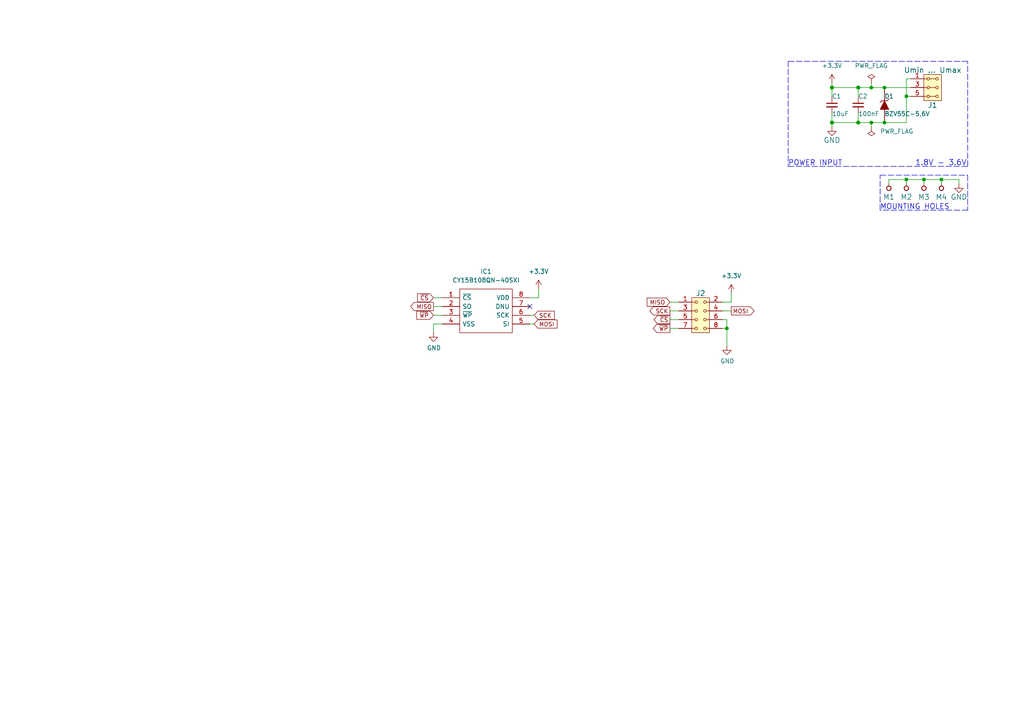
<source format=kicad_sch>
(kicad_sch (version 20211123) (generator eeschema)

  (uuid 94090ec1-0e6b-403a-88b7-50640bad6d28)

  (paper "A4")

  (lib_symbols
    (symbol "CY15B108QN-40SXI:CY15B108QN-40SXI" (pin_names (offset 0.762)) (in_bom yes) (on_board yes)
      (property "Reference" "IC1" (id 0) (at 12.7 7.62 0)
        (effects (font (size 1.27 1.27)))
      )
      (property "Value" "CY15B108QN-40SXI" (id 1) (at 12.7 5.08 0)
        (effects (font (size 1.27 1.27)))
      )
      (property "Footprint" "KiCad:SOIC127P800X203-8N" (id 2) (at 21.59 2.54 0)
        (effects (font (size 1.27 1.27)) (justify left) hide)
      )
      (property "Datasheet" "https://www.mouser.in/datasheet/2/196/CYPR_S_A0011123055_1-3004611.pdf" (id 3) (at 21.59 0 0)
        (effects (font (size 1.27 1.27)) (justify left) hide)
      )
      (property "Description" "F-RAM Excelon LP 40 MHz 8-EIAJ" (id 4) (at 21.59 -2.54 0)
        (effects (font (size 1.27 1.27)) (justify left) hide)
      )
      (property "Height" "2.03" (id 5) (at 21.59 -5.08 0)
        (effects (font (size 1.27 1.27)) (justify left) hide)
      )
      (property "Mouser Part Number" "727-CY15B108QN-40SXI" (id 6) (at 21.59 -7.62 0)
        (effects (font (size 1.27 1.27)) (justify left) hide)
      )
      (property "Mouser Price/Stock" "https://www.mouser.co.uk/ProductDetail/Infineon-Cypress/CY15B108QN-40SXI?qs=P1JMDcb91o4DSS%2FkAQM5uA%3D%3D" (id 7) (at 21.59 -10.16 0)
        (effects (font (size 1.27 1.27)) (justify left) hide)
      )
      (property "Manufacturer_Name" "Infineon / Cypress" (id 8) (at 21.59 -12.7 0)
        (effects (font (size 1.27 1.27)) (justify left) hide)
      )
      (property "Manufacturer_Part_Number" "CY15B108QN-40SXI" (id 9) (at 21.59 -15.24 0)
        (effects (font (size 1.27 1.27)) (justify left) hide)
      )
      (property "ki_description" "F-RAM Excelon LP 40 MHz 8-EIAJ" (id 10) (at 0 0 0)
        (effects (font (size 1.27 1.27)) hide)
      )
      (symbol "CY15B108QN-40SXI_0_0"
        (pin input line (at 0 0 0) (length 5.08)
          (name "~{CS}" (effects (font (size 1.27 1.27))))
          (number "1" (effects (font (size 1.27 1.27))))
        )
        (pin output line (at 0 -2.54 0) (length 5.08)
          (name "SO" (effects (font (size 1.27 1.27))))
          (number "2" (effects (font (size 1.27 1.27))))
        )
        (pin input line (at 0 -5.08 0) (length 5.08)
          (name "~{WP}" (effects (font (size 1.27 1.27))))
          (number "3" (effects (font (size 1.27 1.27))))
        )
        (pin passive line (at 0 -7.62 0) (length 5.08)
          (name "VSS" (effects (font (size 1.27 1.27))))
          (number "4" (effects (font (size 1.27 1.27))))
        )
        (pin input line (at 25.4 -7.62 180) (length 5.08)
          (name "SI" (effects (font (size 1.27 1.27))))
          (number "5" (effects (font (size 1.27 1.27))))
        )
        (pin input line (at 25.4 -5.08 180) (length 5.08)
          (name "SCK" (effects (font (size 1.27 1.27))))
          (number "6" (effects (font (size 1.27 1.27))))
        )
        (pin passive line (at 25.4 -2.54 180) (length 5.08)
          (name "DNU" (effects (font (size 1.27 1.27))))
          (number "7" (effects (font (size 1.27 1.27))))
        )
        (pin power_in line (at 25.4 0 180) (length 5.08)
          (name "VDD" (effects (font (size 1.27 1.27))))
          (number "8" (effects (font (size 1.27 1.27))))
        )
      )
      (symbol "CY15B108QN-40SXI_0_1"
        (polyline
          (pts
            (xy 5.08 2.54)
            (xy 20.32 2.54)
            (xy 20.32 -10.16)
            (xy 5.08 -10.16)
            (xy 5.08 2.54)
          )
          (stroke (width 0.1524) (type default) (color 0 0 0 0))
          (fill (type none))
        )
      )
    )
    (symbol "ISM02A-rescue:C_Small-Device-ISM02A-rescue" (pin_numbers hide) (pin_names (offset 0.254) hide) (in_bom yes) (on_board yes)
      (property "Reference" "C" (id 0) (at 0.254 1.778 0)
        (effects (font (size 1.27 1.27)) (justify left))
      )
      (property "Value" "C_Small-Device-ISM02A-rescue" (id 1) (at 0.254 -2.032 0)
        (effects (font (size 1.27 1.27)) (justify left))
      )
      (property "Footprint" "" (id 2) (at 0 0 0)
        (effects (font (size 1.27 1.27)) hide)
      )
      (property "Datasheet" "" (id 3) (at 0 0 0)
        (effects (font (size 1.27 1.27)) hide)
      )
      (property "ki_fp_filters" "C_*" (id 4) (at 0 0 0)
        (effects (font (size 1.27 1.27)) hide)
      )
      (symbol "C_Small-Device-ISM02A-rescue_0_1"
        (polyline
          (pts
            (xy -1.524 -0.508)
            (xy 1.524 -0.508)
          )
          (stroke (width 0.3302) (type default) (color 0 0 0 0))
          (fill (type none))
        )
        (polyline
          (pts
            (xy -1.524 0.508)
            (xy 1.524 0.508)
          )
          (stroke (width 0.3048) (type default) (color 0 0 0 0))
          (fill (type none))
        )
      )
      (symbol "C_Small-Device-ISM02A-rescue_1_1"
        (pin passive line (at 0 2.54 270) (length 2.032)
          (name "~" (effects (font (size 1.27 1.27))))
          (number "1" (effects (font (size 1.27 1.27))))
        )
        (pin passive line (at 0 -2.54 90) (length 2.032)
          (name "~" (effects (font (size 1.27 1.27))))
          (number "2" (effects (font (size 1.27 1.27))))
        )
      )
    )
    (symbol "ISM02A-rescue:D_ZENER-MLAB_D" (pin_numbers hide) (pin_names (offset 1.016) hide) (in_bom yes) (on_board yes)
      (property "Reference" "D" (id 0) (at 0 2.54 0)
        (effects (font (size 1.27 1.27)))
      )
      (property "Value" "D_ZENER-MLAB_D" (id 1) (at 0 -2.54 0)
        (effects (font (size 1.27 1.27)))
      )
      (property "Footprint" "" (id 2) (at 0 0 0)
        (effects (font (size 1.524 1.524)))
      )
      (property "Datasheet" "" (id 3) (at 0 0 0)
        (effects (font (size 1.524 1.524)))
      )
      (property "ki_fp_filters" "D? SO* SM*" (id 4) (at 0 0 0)
        (effects (font (size 1.27 1.27)) hide)
      )
      (symbol "D_ZENER-MLAB_D_0_1"
        (polyline
          (pts
            (xy -1.778 1.27)
            (xy -1.27 0.762)
            (xy -1.27 -0.762)
            (xy -0.762 -1.27)
            (xy -0.762 -1.27)
          )
          (stroke (width 0.2032) (type default) (color 0 0 0 0))
          (fill (type none))
        )
        (polyline
          (pts
            (xy -1.27 0)
            (xy 1.27 1.27)
            (xy 1.27 -1.27)
            (xy -1.27 0)
            (xy -1.27 0)
          )
          (stroke (width 0) (type default) (color 0 0 0 0))
          (fill (type outline))
        )
      )
      (symbol "D_ZENER-MLAB_D_1_1"
        (pin passive line (at -5.08 0 0) (length 3.81)
          (name "K" (effects (font (size 1.27 1.27))))
          (number "1" (effects (font (size 1.27 1.27))))
        )
        (pin passive line (at 5.08 0 180) (length 3.81)
          (name "A" (effects (font (size 1.27 1.27))))
          (number "2" (effects (font (size 1.27 1.27))))
        )
      )
    )
    (symbol "MLAB_HEADER:HEADER_2x04" (pin_names (offset 1.016)) (in_bom yes) (on_board yes)
      (property "Reference" "J" (id 0) (at 0 -6.35 0)
        (effects (font (size 1.524 1.524)))
      )
      (property "Value" "HEADER_2x04" (id 1) (at 0 6.35 0)
        (effects (font (size 1.524 1.524)))
      )
      (property "Footprint" "" (id 2) (at 0 3.81 0)
        (effects (font (size 1.524 1.524)))
      )
      (property "Datasheet" "" (id 3) (at 0 3.81 0)
        (effects (font (size 1.524 1.524)))
      )
      (property "ki_keywords" "2x04, header, connector, pinheader" (id 4) (at 0 0 0)
        (effects (font (size 1.27 1.27)) hide)
      )
      (property "ki_description" "2x04 2.54 mm pitch header" (id 5) (at 0 0 0)
        (effects (font (size 1.27 1.27)) hide)
      )
      (symbol "HEADER_2x04_0_1"
        (rectangle (start -2.54 5.08) (end 2.54 -5.08)
          (stroke (width 0) (type default) (color 0 0 0 0))
          (fill (type background))
        )
        (circle (center -1.27 -3.81) (radius 0.381)
          (stroke (width 0) (type default) (color 0 0 0 0))
          (fill (type none))
        )
        (circle (center -1.27 -1.27) (radius 0.381)
          (stroke (width 0) (type default) (color 0 0 0 0))
          (fill (type none))
        )
        (circle (center -1.27 1.27) (radius 0.381)
          (stroke (width 0) (type default) (color 0 0 0 0))
          (fill (type none))
        )
        (circle (center -1.27 3.81) (radius 0.381)
          (stroke (width 0) (type default) (color 0 0 0 0))
          (fill (type none))
        )
        (polyline
          (pts
            (xy -1.651 -3.81)
            (xy -2.54 -3.81)
          )
          (stroke (width 0) (type default) (color 0 0 0 0))
          (fill (type none))
        )
        (polyline
          (pts
            (xy -1.651 -1.27)
            (xy -2.54 -1.27)
          )
          (stroke (width 0) (type default) (color 0 0 0 0))
          (fill (type none))
        )
        (polyline
          (pts
            (xy -1.651 1.27)
            (xy -2.54 1.27)
          )
          (stroke (width 0) (type default) (color 0 0 0 0))
          (fill (type none))
        )
        (polyline
          (pts
            (xy -1.651 3.81)
            (xy -2.54 3.81)
          )
          (stroke (width 0) (type default) (color 0 0 0 0))
          (fill (type none))
        )
        (polyline
          (pts
            (xy 1.651 -3.81)
            (xy 2.54 -3.81)
          )
          (stroke (width 0) (type default) (color 0 0 0 0))
          (fill (type none))
        )
        (polyline
          (pts
            (xy 1.651 -1.27)
            (xy 2.54 -1.27)
          )
          (stroke (width 0) (type default) (color 0 0 0 0))
          (fill (type none))
        )
        (polyline
          (pts
            (xy 1.651 1.27)
            (xy 2.54 1.27)
          )
          (stroke (width 0) (type default) (color 0 0 0 0))
          (fill (type none))
        )
        (polyline
          (pts
            (xy 1.651 3.81)
            (xy 2.54 3.81)
          )
          (stroke (width 0) (type default) (color 0 0 0 0))
          (fill (type none))
        )
        (circle (center 1.27 -3.81) (radius 0.381)
          (stroke (width 0) (type default) (color 0 0 0 0))
          (fill (type none))
        )
        (circle (center 1.27 -1.27) (radius 0.381)
          (stroke (width 0) (type default) (color 0 0 0 0))
          (fill (type none))
        )
        (circle (center 1.27 1.27) (radius 0.381)
          (stroke (width 0) (type default) (color 0 0 0 0))
          (fill (type none))
        )
        (circle (center 1.27 3.81) (radius 0.381)
          (stroke (width 0) (type default) (color 0 0 0 0))
          (fill (type none))
        )
      )
      (symbol "HEADER_2x04_1_1"
        (pin input line (at -6.35 3.81 0) (length 3.81)
          (name "~" (effects (font (size 1.27 1.27))))
          (number "1" (effects (font (size 1.27 1.27))))
        )
        (pin input line (at 6.35 3.81 180) (length 3.81)
          (name "~" (effects (font (size 1.27 1.27))))
          (number "2" (effects (font (size 1.27 1.27))))
        )
        (pin input line (at -6.35 1.27 0) (length 3.81)
          (name "~" (effects (font (size 1.27 1.27))))
          (number "3" (effects (font (size 1.27 1.27))))
        )
        (pin input line (at 6.35 1.27 180) (length 3.81)
          (name "~" (effects (font (size 1.27 1.27))))
          (number "4" (effects (font (size 1.27 1.27))))
        )
        (pin input line (at -6.35 -1.27 0) (length 3.81)
          (name "~" (effects (font (size 1.27 1.27))))
          (number "5" (effects (font (size 1.27 1.27))))
        )
        (pin input line (at 6.35 -1.27 180) (length 3.81)
          (name "~" (effects (font (size 1.27 1.27))))
          (number "6" (effects (font (size 1.27 1.27))))
        )
        (pin input line (at -6.35 -3.81 0) (length 3.81)
          (name "~" (effects (font (size 1.27 1.27))))
          (number "7" (effects (font (size 1.27 1.27))))
        )
        (pin input line (at 6.35 -3.81 180) (length 3.81)
          (name "~" (effects (font (size 1.27 1.27))))
          (number "8" (effects (font (size 1.27 1.27))))
        )
      )
    )
    (symbol "header:HEADER_2x03_PARALLEL" (pin_names (offset 1.016)) (in_bom yes) (on_board yes)
      (property "Reference" "J" (id 0) (at 0 -5.08 0)
        (effects (font (size 1.524 1.524)))
      )
      (property "Value" "HEADER_2x03_PARALLEL" (id 1) (at 0 5.08 0)
        (effects (font (size 1.524 1.524)))
      )
      (property "Footprint" "" (id 2) (at 0 2.54 0)
        (effects (font (size 1.524 1.524)))
      )
      (property "Datasheet" "" (id 3) (at 0 2.54 0)
        (effects (font (size 1.524 1.524)))
      )
      (property "ki_keywords" "2x03, header, connector, pinheader" (id 4) (at 0 0 0)
        (effects (font (size 1.27 1.27)) hide)
      )
      (property "ki_description" "2x03 2.54 mm pitch header, 2 pins next to each other are connected" (id 5) (at 0 0 0)
        (effects (font (size 1.27 1.27)) hide)
      )
      (symbol "HEADER_2x03_PARALLEL_0_1"
        (rectangle (start -2.54 3.81) (end 2.54 -3.81)
          (stroke (width 0) (type default) (color 0 0 0 0))
          (fill (type background))
        )
        (circle (center -1.27 -2.54) (radius 0.381)
          (stroke (width 0) (type default) (color 0 0 0 0))
          (fill (type none))
        )
        (circle (center -1.27 0) (radius 0.381)
          (stroke (width 0) (type default) (color 0 0 0 0))
          (fill (type none))
        )
        (circle (center -1.27 2.54) (radius 0.381)
          (stroke (width 0) (type default) (color 0 0 0 0))
          (fill (type none))
        )
        (polyline
          (pts
            (xy -1.651 -2.54)
            (xy -2.54 -2.54)
          )
          (stroke (width 0) (type default) (color 0 0 0 0))
          (fill (type none))
        )
        (polyline
          (pts
            (xy -1.651 0)
            (xy -2.54 0)
          )
          (stroke (width 0) (type default) (color 0 0 0 0))
          (fill (type none))
        )
        (polyline
          (pts
            (xy -1.651 2.54)
            (xy -2.54 2.54)
          )
          (stroke (width 0) (type default) (color 0 0 0 0))
          (fill (type none))
        )
        (polyline
          (pts
            (xy -0.889 -2.54)
            (xy 0.889 -2.54)
          )
          (stroke (width 0) (type default) (color 0 0 0 0))
          (fill (type none))
        )
        (polyline
          (pts
            (xy -0.889 0)
            (xy 0.889 0)
          )
          (stroke (width 0) (type default) (color 0 0 0 0))
          (fill (type none))
        )
        (polyline
          (pts
            (xy -0.889 2.54)
            (xy 0.889 2.54)
          )
          (stroke (width 0) (type default) (color 0 0 0 0))
          (fill (type none))
        )
        (circle (center 1.27 -2.54) (radius 0.381)
          (stroke (width 0) (type default) (color 0 0 0 0))
          (fill (type none))
        )
        (circle (center 1.27 0) (radius 0.381)
          (stroke (width 0) (type default) (color 0 0 0 0))
          (fill (type none))
        )
        (circle (center 1.27 2.54) (radius 0.381)
          (stroke (width 0) (type default) (color 0 0 0 0))
          (fill (type none))
        )
      )
      (symbol "HEADER_2x03_PARALLEL_1_1"
        (pin input line (at -6.35 2.54 0) (length 3.81)
          (name "~" (effects (font (size 1.27 1.27))))
          (number "1" (effects (font (size 1.27 1.27))))
        )
        (pin input line (at -6.35 2.54 0) (length 3.81) hide
          (name "~" (effects (font (size 1.27 1.27))))
          (number "2" (effects (font (size 1.27 1.27))))
        )
        (pin input line (at -6.35 0 0) (length 3.81)
          (name "~" (effects (font (size 1.27 1.27))))
          (number "3" (effects (font (size 1.27 1.27))))
        )
        (pin input line (at -6.35 0 0) (length 3.81) hide
          (name "~" (effects (font (size 1.27 1.27))))
          (number "4" (effects (font (size 1.27 1.27))))
        )
        (pin input line (at -6.35 -2.54 0) (length 3.81)
          (name "~" (effects (font (size 1.27 1.27))))
          (number "5" (effects (font (size 1.27 1.27))))
        )
        (pin input line (at -6.35 -2.54 0) (length 3.81) hide
          (name "~" (effects (font (size 1.27 1.27))))
          (number "6" (effects (font (size 1.27 1.27))))
        )
      )
    )
    (symbol "mlab-default-rescue:GND" (power) (pin_names (offset 0)) (in_bom yes) (on_board yes)
      (property "Reference" "#PWR" (id 0) (at 0 -6.35 0)
        (effects (font (size 1.524 1.524)) hide)
      )
      (property "Value" "GND" (id 1) (at 0 -3.81 0)
        (effects (font (size 1.524 1.524)))
      )
      (property "Footprint" "" (id 2) (at 0 0 0)
        (effects (font (size 1.524 1.524)))
      )
      (property "Datasheet" "" (id 3) (at 0 0 0)
        (effects (font (size 1.524 1.524)))
      )
      (symbol "GND_0_1"
        (polyline
          (pts
            (xy 0 0)
            (xy 0 -1.27)
            (xy 1.27 -1.27)
            (xy 0 -2.54)
            (xy -1.27 -1.27)
            (xy 0 -1.27)
          )
          (stroke (width 0) (type default) (color 0 0 0 0))
          (fill (type none))
        )
      )
      (symbol "GND_1_1"
        (pin power_in line (at 0 0 270) (length 0) hide
          (name "GND" (effects (font (size 1.27 1.27))))
          (number "1" (effects (font (size 1.27 1.27))))
        )
      )
    )
    (symbol "mlab-default-rescue:HOLE" (pin_numbers hide) (pin_names (offset 1.016) hide) (in_bom yes) (on_board yes)
      (property "Reference" "M" (id 0) (at 0 2.54 0)
        (effects (font (size 1.524 1.524)))
      )
      (property "Value" "HOLE" (id 1) (at 0 -2.54 0)
        (effects (font (size 1.524 1.524)))
      )
      (property "Footprint" "" (id 2) (at 0 0 0)
        (effects (font (size 1.524 1.524)))
      )
      (property "Datasheet" "" (id 3) (at 0 0 0)
        (effects (font (size 1.524 1.524)))
      )
      (symbol "HOLE_0_1"
        (circle (center 0 0) (radius 0.635)
          (stroke (width 0.254) (type default) (color 0 0 0 0))
          (fill (type none))
        )
      )
      (symbol "HOLE_1_1"
        (pin input line (at 1.27 0 180) (length 0.635)
          (name "~" (effects (font (size 1.27 1.27))))
          (number "1" (effects (font (size 1.27 1.27))))
        )
      )
    )
    (symbol "power:+3.3V" (power) (pin_names (offset 0)) (in_bom yes) (on_board yes)
      (property "Reference" "#PWR" (id 0) (at 0 -3.81 0)
        (effects (font (size 1.27 1.27)) hide)
      )
      (property "Value" "+3.3V" (id 1) (at 0 3.556 0)
        (effects (font (size 1.27 1.27)))
      )
      (property "Footprint" "" (id 2) (at 0 0 0)
        (effects (font (size 1.27 1.27)) hide)
      )
      (property "Datasheet" "" (id 3) (at 0 0 0)
        (effects (font (size 1.27 1.27)) hide)
      )
      (property "ki_keywords" "global power" (id 4) (at 0 0 0)
        (effects (font (size 1.27 1.27)) hide)
      )
      (property "ki_description" "Power symbol creates a global label with name \"+3.3V\"" (id 5) (at 0 0 0)
        (effects (font (size 1.27 1.27)) hide)
      )
      (symbol "+3.3V_0_1"
        (polyline
          (pts
            (xy -0.762 1.27)
            (xy 0 2.54)
          )
          (stroke (width 0) (type default) (color 0 0 0 0))
          (fill (type none))
        )
        (polyline
          (pts
            (xy 0 0)
            (xy 0 2.54)
          )
          (stroke (width 0) (type default) (color 0 0 0 0))
          (fill (type none))
        )
        (polyline
          (pts
            (xy 0 2.54)
            (xy 0.762 1.27)
          )
          (stroke (width 0) (type default) (color 0 0 0 0))
          (fill (type none))
        )
      )
      (symbol "+3.3V_1_1"
        (pin power_in line (at 0 0 90) (length 0) hide
          (name "+3.3V" (effects (font (size 1.27 1.27))))
          (number "1" (effects (font (size 1.27 1.27))))
        )
      )
    )
    (symbol "power:GND" (power) (pin_names (offset 0)) (in_bom yes) (on_board yes)
      (property "Reference" "#PWR" (id 0) (at 0 -6.35 0)
        (effects (font (size 1.27 1.27)) hide)
      )
      (property "Value" "GND" (id 1) (at 0 -3.81 0)
        (effects (font (size 1.27 1.27)))
      )
      (property "Footprint" "" (id 2) (at 0 0 0)
        (effects (font (size 1.27 1.27)) hide)
      )
      (property "Datasheet" "" (id 3) (at 0 0 0)
        (effects (font (size 1.27 1.27)) hide)
      )
      (property "ki_keywords" "power-flag" (id 4) (at 0 0 0)
        (effects (font (size 1.27 1.27)) hide)
      )
      (property "ki_description" "Power symbol creates a global label with name \"GND\" , ground" (id 5) (at 0 0 0)
        (effects (font (size 1.27 1.27)) hide)
      )
      (symbol "GND_0_1"
        (polyline
          (pts
            (xy 0 0)
            (xy 0 -1.27)
            (xy 1.27 -1.27)
            (xy 0 -2.54)
            (xy -1.27 -1.27)
            (xy 0 -1.27)
          )
          (stroke (width 0) (type default) (color 0 0 0 0))
          (fill (type none))
        )
      )
      (symbol "GND_1_1"
        (pin power_in line (at 0 0 270) (length 0) hide
          (name "GND" (effects (font (size 1.27 1.27))))
          (number "1" (effects (font (size 1.27 1.27))))
        )
      )
    )
    (symbol "power:PWR_FLAG" (power) (pin_numbers hide) (pin_names (offset 0) hide) (in_bom yes) (on_board yes)
      (property "Reference" "#FLG" (id 0) (at 0 1.905 0)
        (effects (font (size 1.27 1.27)) hide)
      )
      (property "Value" "PWR_FLAG" (id 1) (at 0 3.81 0)
        (effects (font (size 1.27 1.27)))
      )
      (property "Footprint" "" (id 2) (at 0 0 0)
        (effects (font (size 1.27 1.27)) hide)
      )
      (property "Datasheet" "~" (id 3) (at 0 0 0)
        (effects (font (size 1.27 1.27)) hide)
      )
      (property "ki_keywords" "flag power" (id 4) (at 0 0 0)
        (effects (font (size 1.27 1.27)) hide)
      )
      (property "ki_description" "Special symbol for telling ERC where power comes from" (id 5) (at 0 0 0)
        (effects (font (size 1.27 1.27)) hide)
      )
      (symbol "PWR_FLAG_0_0"
        (pin power_out line (at 0 0 90) (length 0)
          (name "pwr" (effects (font (size 1.27 1.27))))
          (number "1" (effects (font (size 1.27 1.27))))
        )
      )
      (symbol "PWR_FLAG_0_1"
        (polyline
          (pts
            (xy 0 0)
            (xy 0 1.27)
            (xy -1.016 1.905)
            (xy 0 2.54)
            (xy 1.016 1.905)
            (xy 0 1.27)
          )
          (stroke (width 0) (type default) (color 0 0 0 0))
          (fill (type none))
        )
      )
    )
  )


  (junction (at 210.82 95.25) (diameter 0) (color 0 0 0 0)
    (uuid 18adfb41-dbbd-4338-bd20-b1a17b4c67bf)
  )
  (junction (at 248.92 25.4) (diameter 1.016) (color 0 0 0 0)
    (uuid 1f8bea5c-051e-4078-9929-1b83c39f3992)
  )
  (junction (at 273.05 52.07) (diameter 0) (color 0 0 0 0)
    (uuid 26a8133f-603e-44a7-b2bb-726bac29a763)
  )
  (junction (at 262.89 52.07) (diameter 0) (color 0 0 0 0)
    (uuid 388079b4-4f7a-4c7d-9b04-a8baefcf3e14)
  )
  (junction (at 248.92 35.56) (diameter 1.016) (color 0 0 0 0)
    (uuid 77d2997b-8b7b-4d03-aecb-5d7707629348)
  )
  (junction (at 267.97 52.07) (diameter 0) (color 0 0 0 0)
    (uuid 7a8b9c92-6577-49d7-b39a-a8d0b3aa1115)
  )
  (junction (at 241.3 35.56) (diameter 1.016) (color 0 0 0 0)
    (uuid b8f8a02d-610d-4540-bbba-06553ddb3fb5)
  )
  (junction (at 256.54 25.4) (diameter 0) (color 0 0 0 0)
    (uuid ca08a73b-eac7-426b-adbc-519c502d6e6d)
  )
  (junction (at 252.73 35.56) (diameter 0) (color 0 0 0 0)
    (uuid dd7bda11-09a9-4161-ae57-c79d785e74e3)
  )
  (junction (at 262.89 27.94) (diameter 0) (color 0 0 0 0)
    (uuid e64a77c3-75f0-461c-b8b9-dab7547c2f14)
  )
  (junction (at 241.3 25.4) (diameter 1.016) (color 0 0 0 0)
    (uuid ec878c49-3385-49dd-8729-7f904defab8c)
  )
  (junction (at 252.73 25.4) (diameter 0) (color 0 0 0 0)
    (uuid f4ee2b1a-b589-42b9-8aa0-2bbd504de647)
  )
  (junction (at 256.54 35.56) (diameter 0) (color 0 0 0 0)
    (uuid fa163fc4-1a03-4ed5-b6f8-8a908f7389d9)
  )

  (no_connect (at 153.67 88.9) (uuid 817fea78-0c8c-4d4b-96bc-9b89de710ebf))

  (wire (pts (xy 262.89 52.07) (xy 257.81 52.07))
    (stroke (width 0) (type default) (color 0 0 0 0))
    (uuid 0b6044c4-bdc3-476a-afe7-9eff264cd732)
  )
  (wire (pts (xy 153.67 93.98) (xy 154.94 93.98))
    (stroke (width 0) (type default) (color 0 0 0 0))
    (uuid 10c6c54b-ac5b-44c8-8c79-f47ea64b2d83)
  )
  (wire (pts (xy 273.05 53.34) (xy 273.05 52.07))
    (stroke (width 0) (type default) (color 0 0 0 0))
    (uuid 10f0c372-20c0-437a-be15-b668b47aac09)
  )
  (polyline (pts (xy 280.67 50.8) (xy 280.67 60.96))
    (stroke (width 0) (type default) (color 0 0 0 0))
    (uuid 1453cc1f-000d-4d64-9200-79daba49e3c8)
  )

  (wire (pts (xy 241.3 33.02) (xy 241.3 35.56))
    (stroke (width 0) (type solid) (color 0 0 0 0))
    (uuid 1c45bbac-36bf-4830-a760-ceb8655cf86a)
  )
  (wire (pts (xy 262.89 35.56) (xy 256.54 35.56))
    (stroke (width 0) (type default) (color 0 0 0 0))
    (uuid 1fea50f9-b95e-459b-b2f4-4469d16f6d9b)
  )
  (wire (pts (xy 248.92 25.4) (xy 248.92 27.94))
    (stroke (width 0) (type solid) (color 0 0 0 0))
    (uuid 26f3e3fb-b98a-42e8-976c-9ae1310a68de)
  )
  (wire (pts (xy 273.05 52.07) (xy 267.97 52.07))
    (stroke (width 0) (type default) (color 0 0 0 0))
    (uuid 28ac79bb-5d28-457b-966e-b712bbfa923e)
  )
  (wire (pts (xy 262.89 53.34) (xy 262.89 52.07))
    (stroke (width 0) (type default) (color 0 0 0 0))
    (uuid 2b563205-94a9-429b-9878-35e4c977e464)
  )
  (wire (pts (xy 194.31 87.63) (xy 196.85 87.63))
    (stroke (width 0) (type default) (color 0 0 0 0))
    (uuid 2e6d3841-aca4-4ebb-9ddb-0aac72778084)
  )
  (polyline (pts (xy 280.67 48.26) (xy 280.67 17.78))
    (stroke (width 0) (type default) (color 0 0 0 0))
    (uuid 339ca032-88f0-48bb-bbcf-f4f1f451ceaa)
  )

  (wire (pts (xy 264.16 22.86) (xy 262.89 22.86))
    (stroke (width 0) (type default) (color 0 0 0 0))
    (uuid 34fe3b05-fcb5-4800-9cdb-0157b42fca38)
  )
  (wire (pts (xy 125.73 91.44) (xy 128.27 91.44))
    (stroke (width 0) (type default) (color 0 0 0 0))
    (uuid 36fd19a5-4154-4ed8-bc7b-199d696a16ff)
  )
  (wire (pts (xy 209.55 92.71) (xy 210.82 92.71))
    (stroke (width 0) (type default) (color 0 0 0 0))
    (uuid 3c5c92e0-5f21-4135-a561-c2a9c3e2efff)
  )
  (wire (pts (xy 256.54 25.4) (xy 264.16 25.4))
    (stroke (width 0) (type default) (color 0 0 0 0))
    (uuid 3d829bfa-6ecd-45b7-9bb8-100841e8a916)
  )
  (polyline (pts (xy 280.67 60.96) (xy 255.27 60.96))
    (stroke (width 0) (type default) (color 0 0 0 0))
    (uuid 45728826-9149-4ad1-a357-91021af005ad)
  )

  (wire (pts (xy 248.92 25.4) (xy 241.3 25.4))
    (stroke (width 0) (type solid) (color 0 0 0 0))
    (uuid 4cf30141-4603-4de8-8e26-b3c260ac5fe5)
  )
  (wire (pts (xy 156.21 86.36) (xy 156.21 83.82))
    (stroke (width 0) (type default) (color 0 0 0 0))
    (uuid 545d5464-bba0-4d4c-acef-d7364182e9c6)
  )
  (wire (pts (xy 252.73 25.4) (xy 248.92 25.4))
    (stroke (width 0) (type solid) (color 0 0 0 0))
    (uuid 5b153186-4f29-4dfb-b5e7-50aefb724f0b)
  )
  (wire (pts (xy 212.09 87.63) (xy 209.55 87.63))
    (stroke (width 0) (type default) (color 0 0 0 0))
    (uuid 5b62189b-93ae-41c1-9207-8fca99d18949)
  )
  (polyline (pts (xy 255.27 50.8) (xy 280.67 50.8))
    (stroke (width 0) (type default) (color 0 0 0 0))
    (uuid 62119701-01bd-4740-a2b6-7b45ac0ac744)
  )

  (wire (pts (xy 128.27 93.98) (xy 125.73 93.98))
    (stroke (width 0) (type default) (color 0 0 0 0))
    (uuid 6491cf12-1cf3-42b1-a3b5-3678355c9799)
  )
  (wire (pts (xy 241.3 25.4) (xy 241.3 27.94))
    (stroke (width 0) (type solid) (color 0 0 0 0))
    (uuid 669da921-f7a7-498e-926c-1a94f33b446c)
  )
  (wire (pts (xy 278.13 53.34) (xy 278.13 52.07))
    (stroke (width 0) (type default) (color 0 0 0 0))
    (uuid 6d8c0554-92a6-4e33-83c2-5ad118f0cf47)
  )
  (wire (pts (xy 248.92 35.56) (xy 252.73 35.56))
    (stroke (width 0) (type solid) (color 0 0 0 0))
    (uuid 7184f468-0c28-4474-81f0-04e1484232bc)
  )
  (wire (pts (xy 257.81 52.07) (xy 257.81 53.34))
    (stroke (width 0) (type default) (color 0 0 0 0))
    (uuid 73dd95cd-de70-484b-8e55-e599cb003558)
  )
  (wire (pts (xy 125.73 86.36) (xy 128.27 86.36))
    (stroke (width 0) (type default) (color 0 0 0 0))
    (uuid 765346ad-6c10-4f7f-b7d1-9f2b4ea50e88)
  )
  (polyline (pts (xy 228.6 48.26) (xy 280.67 48.26))
    (stroke (width 0) (type default) (color 0 0 0 0))
    (uuid 83ea38e6-5568-4464-87fd-6d57f11cf0e4)
  )

  (wire (pts (xy 252.73 35.56) (xy 252.73 36.83))
    (stroke (width 0) (type default) (color 0 0 0 0))
    (uuid 8833a587-721a-4c6a-90ee-c3ac06375db6)
  )
  (wire (pts (xy 125.73 88.9) (xy 128.27 88.9))
    (stroke (width 0) (type default) (color 0 0 0 0))
    (uuid 8969fe3f-4f6f-41b0-bfef-b1522ec8238d)
  )
  (wire (pts (xy 210.82 95.25) (xy 210.82 100.33))
    (stroke (width 0) (type default) (color 0 0 0 0))
    (uuid 89ae73ac-dc52-4f0b-b133-835966e5e702)
  )
  (wire (pts (xy 241.3 35.56) (xy 241.3 36.83))
    (stroke (width 0) (type solid) (color 0 0 0 0))
    (uuid 943b5608-2474-4490-9105-a64121dab703)
  )
  (wire (pts (xy 153.67 91.44) (xy 154.94 91.44))
    (stroke (width 0) (type default) (color 0 0 0 0))
    (uuid 9b2c54c3-fc2b-462f-ab2c-f281141199f6)
  )
  (wire (pts (xy 252.73 24.13) (xy 252.73 25.4))
    (stroke (width 0) (type default) (color 0 0 0 0))
    (uuid a5c4a9db-00fb-4548-99cb-222ccb9bc7ac)
  )
  (polyline (pts (xy 255.27 60.96) (xy 255.27 50.8))
    (stroke (width 0) (type default) (color 0 0 0 0))
    (uuid a7d6d8f4-fc7e-4695-8206-48deffa75da0)
  )

  (wire (pts (xy 194.31 92.71) (xy 196.85 92.71))
    (stroke (width 0) (type default) (color 0 0 0 0))
    (uuid a8cc4462-e500-41d8-aa2d-cb23e798160e)
  )
  (wire (pts (xy 210.82 92.71) (xy 210.82 95.25))
    (stroke (width 0) (type default) (color 0 0 0 0))
    (uuid ab801db1-3dd4-443f-b362-f66e4b55eeef)
  )
  (wire (pts (xy 262.89 22.86) (xy 262.89 27.94))
    (stroke (width 0) (type default) (color 0 0 0 0))
    (uuid ac042bc0-e2e0-4a65-bfe6-754c681b03cf)
  )
  (wire (pts (xy 209.55 90.17) (xy 212.09 90.17))
    (stroke (width 0) (type default) (color 0 0 0 0))
    (uuid ae244af8-f703-47cc-85fe-a80aacbdddf5)
  )
  (wire (pts (xy 241.3 24.13) (xy 241.3 25.4))
    (stroke (width 0) (type solid) (color 0 0 0 0))
    (uuid b19faf6d-ae30-40a4-b648-cda625f08d48)
  )
  (wire (pts (xy 267.97 52.07) (xy 262.89 52.07))
    (stroke (width 0) (type default) (color 0 0 0 0))
    (uuid b7dd9458-b517-4d7a-96db-b467d6240b1a)
  )
  (wire (pts (xy 153.67 86.36) (xy 156.21 86.36))
    (stroke (width 0) (type default) (color 0 0 0 0))
    (uuid ba4c3444-6af5-4ed6-8940-486b11f68739)
  )
  (wire (pts (xy 194.31 90.17) (xy 196.85 90.17))
    (stroke (width 0) (type default) (color 0 0 0 0))
    (uuid c2604a77-1770-4af0-b44f-f531d567731c)
  )
  (wire (pts (xy 252.73 35.56) (xy 256.54 35.56))
    (stroke (width 0) (type solid) (color 0 0 0 0))
    (uuid c3484a86-05fe-4d35-89b3-7f46d65a0845)
  )
  (wire (pts (xy 267.97 53.34) (xy 267.97 52.07))
    (stroke (width 0) (type default) (color 0 0 0 0))
    (uuid c46fd76f-16e8-4c72-acfc-7afe263f8359)
  )
  (polyline (pts (xy 280.67 17.78) (xy 228.6 17.78))
    (stroke (width 0) (type default) (color 0 0 0 0))
    (uuid c59edc14-214f-43af-b96a-da78e04084f1)
  )

  (wire (pts (xy 248.92 33.02) (xy 248.92 35.56))
    (stroke (width 0) (type solid) (color 0 0 0 0))
    (uuid c9a64ae1-87c8-4954-b76d-6ad47f79808d)
  )
  (wire (pts (xy 256.54 25.4) (xy 252.73 25.4))
    (stroke (width 0) (type solid) (color 0 0 0 0))
    (uuid d7f7fe4b-f3cc-4cb3-8d74-786fa3a8ea1e)
  )
  (wire (pts (xy 212.09 85.09) (xy 212.09 87.63))
    (stroke (width 0) (type default) (color 0 0 0 0))
    (uuid e14f485f-94a5-4d53-ba11-ace7b4a61f0b)
  )
  (wire (pts (xy 209.55 95.25) (xy 210.82 95.25))
    (stroke (width 0) (type default) (color 0 0 0 0))
    (uuid e2801aa5-4538-44a3-af41-35a7f2d8e468)
  )
  (wire (pts (xy 264.16 27.94) (xy 262.89 27.94))
    (stroke (width 0) (type default) (color 0 0 0 0))
    (uuid e4165a64-6d23-445f-9552-4be851a80936)
  )
  (wire (pts (xy 262.89 27.94) (xy 262.89 35.56))
    (stroke (width 0) (type default) (color 0 0 0 0))
    (uuid e56e0e7d-f714-44a5-818f-c600d31af741)
  )
  (polyline (pts (xy 228.6 17.78) (xy 228.6 48.26))
    (stroke (width 0) (type default) (color 0 0 0 0))
    (uuid e87f0781-7c2f-4500-876e-381d9fc3b67c)
  )

  (wire (pts (xy 278.13 52.07) (xy 273.05 52.07))
    (stroke (width 0) (type default) (color 0 0 0 0))
    (uuid e98f8aad-70e1-421c-9d43-4544aed7c1c9)
  )
  (wire (pts (xy 125.73 93.98) (xy 125.73 96.52))
    (stroke (width 0) (type default) (color 0 0 0 0))
    (uuid eef3e066-65e6-44e2-b6b8-120d8c76a9d3)
  )
  (wire (pts (xy 248.92 35.56) (xy 241.3 35.56))
    (stroke (width 0) (type solid) (color 0 0 0 0))
    (uuid ef949d84-cb6a-4b17-91fc-4507a37ba66e)
  )
  (wire (pts (xy 194.31 95.25) (xy 196.85 95.25))
    (stroke (width 0) (type default) (color 0 0 0 0))
    (uuid f6449319-0037-488e-8755-12021a3a7007)
  )

  (text "1.8V - 3.6V" (at 265.43 48.26 0)
    (effects (font (size 1.6 1.6)) (justify left bottom))
    (uuid 59244d18-96c2-4912-92ed-2ee0b294253e)
  )
  (text "POWER INPUT" (at 228.6 48.26 0)
    (effects (font (size 1.524 1.524)) (justify left bottom))
    (uuid 94078e52-bbbb-4567-8e79-80679130de13)
  )
  (text "MOUNTING HOLES" (at 255.27 60.96 0)
    (effects (font (size 1.524 1.524)) (justify left bottom))
    (uuid be9ee440-0624-48cf-8ba9-a6e2ceb23daa)
  )

  (global_label "MISO" (shape output) (at 125.73 88.9 180) (fields_autoplaced)
    (effects (font (size 1.2 1.2)) (justify right))
    (uuid 44e04ae0-16cc-4a98-a2de-592199bb8179)
    (property "Intersheet References" "${INTERSHEET_REFS}" (id 0) (at 119.1071 88.825 0)
      (effects (font (size 1.2 1.2)) (justify right) hide)
    )
  )
  (global_label "~{CS}" (shape input) (at 125.73 86.36 180) (fields_autoplaced)
    (effects (font (size 1.2 1.2)) (justify right))
    (uuid 5d7bf1ec-ec38-4e96-ad9c-af3f294ebb54)
    (property "Intersheet References" "${INTERSHEET_REFS}" (id 0) (at 121.1071 86.285 0)
      (effects (font (size 1.2 1.2)) (justify right) hide)
    )
  )
  (global_label "~{WP}" (shape input) (at 125.73 91.44 180) (fields_autoplaced)
    (effects (font (size 1.2 1.2)) (justify right))
    (uuid 5f6cf13c-b8dc-4959-9233-6aa9f7a1a642)
    (property "Intersheet References" "${INTERSHEET_REFS}" (id 0) (at 120.8786 91.365 0)
      (effects (font (size 1.2 1.2)) (justify right) hide)
    )
  )
  (global_label "~{WP}" (shape output) (at 194.31 95.25 180) (fields_autoplaced)
    (effects (font (size 1.2 1.2)) (justify right))
    (uuid 782d8319-addb-4de3-8332-86a347be6c93)
    (property "Intersheet References" "${INTERSHEET_REFS}" (id 0) (at 189.4586 95.175 0)
      (effects (font (size 1.2 1.2)) (justify right) hide)
    )
  )
  (global_label "MISO" (shape input) (at 194.31 87.63 180) (fields_autoplaced)
    (effects (font (size 1.2 1.2)) (justify right))
    (uuid 7e1464eb-4ea4-48aa-b6d2-e1a5819c3c54)
    (property "Intersheet References" "${INTERSHEET_REFS}" (id 0) (at 187.6871 87.555 0)
      (effects (font (size 1.2 1.2)) (justify right) hide)
    )
  )
  (global_label "MOSI" (shape output) (at 212.09 90.17 0) (fields_autoplaced)
    (effects (font (size 1.2 1.2)) (justify left))
    (uuid 8d93b368-0293-43d2-8a9a-63284362cb16)
    (property "Intersheet References" "${INTERSHEET_REFS}" (id 0) (at 218.7129 90.095 0)
      (effects (font (size 1.2 1.2)) (justify left) hide)
    )
  )
  (global_label "~{CS}" (shape output) (at 194.31 92.71 180) (fields_autoplaced)
    (effects (font (size 1.2 1.2)) (justify right))
    (uuid 992c82c2-aae5-4716-a59f-a79b007862b8)
    (property "Intersheet References" "${INTERSHEET_REFS}" (id 0) (at 189.6871 92.635 0)
      (effects (font (size 1.2 1.2)) (justify right) hide)
    )
  )
  (global_label "SCK" (shape output) (at 194.31 90.17 180) (fields_autoplaced)
    (effects (font (size 1.2 1.2)) (justify right))
    (uuid af3665ad-01db-4ecd-8f52-6edbae118ed9)
    (property "Intersheet References" "${INTERSHEET_REFS}" (id 0) (at 188.4871 90.095 0)
      (effects (font (size 1.2 1.2)) (justify right) hide)
    )
  )
  (global_label "MOSI" (shape input) (at 154.94 93.98 0) (fields_autoplaced)
    (effects (font (size 1.2 1.2)) (justify left))
    (uuid d9d668b2-11f8-4199-a7df-3d8f8c05ed88)
    (property "Intersheet References" "${INTERSHEET_REFS}" (id 0) (at 161.5629 93.905 0)
      (effects (font (size 1.2 1.2)) (justify left) hide)
    )
  )
  (global_label "SCK" (shape input) (at 154.94 91.44 0) (fields_autoplaced)
    (effects (font (size 1.2 1.2)) (justify left))
    (uuid e9d7cb5f-583c-4dca-b679-aecced1ff504)
    (property "Intersheet References" "${INTERSHEET_REFS}" (id 0) (at 160.7629 91.365 0)
      (effects (font (size 1.2 1.2)) (justify left) hide)
    )
  )

  (symbol (lib_id "power:PWR_FLAG") (at 252.73 24.13 0) (unit 1)
    (in_bom yes) (on_board yes) (fields_autoplaced)
    (uuid 11e2b678-7327-419f-ac26-80d7dc0661dc)
    (property "Reference" "#FLG01" (id 0) (at 252.73 22.225 0)
      (effects (font (size 1.27 1.27)) hide)
    )
    (property "Value" "PWR_FLAG" (id 1) (at 252.73 19.05 0))
    (property "Footprint" "" (id 2) (at 252.73 24.13 0)
      (effects (font (size 1.27 1.27)) hide)
    )
    (property "Datasheet" "~" (id 3) (at 252.73 24.13 0)
      (effects (font (size 1.27 1.27)) hide)
    )
    (pin "1" (uuid d236bdb5-3e33-4f74-b27a-91ba6f6d6353))
  )

  (symbol (lib_id "power:+3.3V") (at 241.3 24.13 0) (unit 1)
    (in_bom yes) (on_board yes) (fields_autoplaced)
    (uuid 3b5029ba-e2ce-4aa9-a976-4d3241d2d436)
    (property "Reference" "#PWR?" (id 0) (at 241.3 27.94 0)
      (effects (font (size 1.27 1.27)) hide)
    )
    (property "Value" "+3.3V" (id 1) (at 241.3 19.05 0))
    (property "Footprint" "" (id 2) (at 241.3 24.13 0)
      (effects (font (size 1.27 1.27)) hide)
    )
    (property "Datasheet" "" (id 3) (at 241.3 24.13 0)
      (effects (font (size 1.27 1.27)) hide)
    )
    (pin "1" (uuid a4905cdd-f358-49f4-bbe4-9b2bff86367b))
  )

  (symbol (lib_id "ISM02A-rescue:D_ZENER-MLAB_D") (at 256.54 30.48 270) (unit 1)
    (in_bom yes) (on_board yes)
    (uuid 4458ce8d-b152-4e8d-9d30-866d46225484)
    (property "Reference" "D1" (id 0) (at 256.54 27.94 90)
      (effects (font (size 1.27 1.27)) (justify left))
    )
    (property "Value" "BZV55C-5,6V" (id 1) (at 256.54 33.02 90)
      (effects (font (size 1.27 1.27)) (justify left))
    )
    (property "Footprint" "Diode_SMD:D_SMA" (id 2) (at 256.54 30.48 0)
      (effects (font (size 1.524 1.524)) hide)
    )
    (property "Datasheet" "" (id 3) (at 256.54 30.48 0)
      (effects (font (size 1.524 1.524)))
    )
    (property "UST_ID" "5c70984512875079b91f88b2" (id 4) (at 256.54 30.48 0)
      (effects (font (size 1.27 1.27)) hide)
    )
    (pin "1" (uuid fe8ad485-3eb4-4b07-bc21-8bc85a15b82b))
    (pin "2" (uuid 3e03cc74-f5b2-417b-a6ec-32a4008a0451))
  )

  (symbol (lib_id "power:PWR_FLAG") (at 252.73 36.83 180) (unit 1)
    (in_bom yes) (on_board yes) (fields_autoplaced)
    (uuid 47a3007e-973b-4a8e-9293-e96f7829d622)
    (property "Reference" "#FLG02" (id 0) (at 252.73 38.735 0)
      (effects (font (size 1.27 1.27)) hide)
    )
    (property "Value" "PWR_FLAG" (id 1) (at 255.27 38.0999 0)
      (effects (font (size 1.27 1.27)) (justify right))
    )
    (property "Footprint" "" (id 2) (at 252.73 36.83 0)
      (effects (font (size 1.27 1.27)) hide)
    )
    (property "Datasheet" "~" (id 3) (at 252.73 36.83 0)
      (effects (font (size 1.27 1.27)) hide)
    )
    (pin "1" (uuid 5d1233a4-ba05-4372-a08b-1500eaf0d906))
  )

  (symbol (lib_id "mlab-default-rescue:GND") (at 278.13 53.34 0) (unit 1)
    (in_bom yes) (on_board yes)
    (uuid 47d0fde5-a404-4065-a39d-025baad89131)
    (property "Reference" "#PWR05" (id 0) (at 278.13 59.69 0)
      (effects (font (size 1.524 1.524)) hide)
    )
    (property "Value" "GND" (id 1) (at 278.13 57.15 0)
      (effects (font (size 1.524 1.524)))
    )
    (property "Footprint" "" (id 2) (at 278.13 53.34 0)
      (effects (font (size 1.524 1.524)))
    )
    (property "Datasheet" "" (id 3) (at 278.13 53.34 0)
      (effects (font (size 1.524 1.524)))
    )
    (pin "1" (uuid ada969bb-7b6d-40cc-8e29-6a0f42e99532))
  )

  (symbol (lib_id "power:GND") (at 125.73 96.52 0) (unit 1)
    (in_bom yes) (on_board yes)
    (uuid 4dade959-ccbf-4010-86b8-4cbb34d740fe)
    (property "Reference" "#PWR03" (id 0) (at 125.73 102.87 0)
      (effects (font (size 1.27 1.27)) hide)
    )
    (property "Value" "GND" (id 1) (at 125.857 100.9142 0))
    (property "Footprint" "" (id 2) (at 125.73 96.52 0)
      (effects (font (size 1.27 1.27)) hide)
    )
    (property "Datasheet" "" (id 3) (at 125.73 96.52 0)
      (effects (font (size 1.27 1.27)) hide)
    )
    (pin "1" (uuid da7d9118-1e4c-4a27-b2c4-9dfc34e7453e))
  )

  (symbol (lib_id "CY15B108QN-40SXI:CY15B108QN-40SXI") (at 128.27 86.36 0) (unit 1)
    (in_bom yes) (on_board yes) (fields_autoplaced)
    (uuid 4db57708-f165-4090-875a-0ec5f85f1916)
    (property "Reference" "IC1" (id 0) (at 140.97 78.74 0))
    (property "Value" "CY15B108QN-40SXI" (id 1) (at 140.97 81.28 0))
    (property "Footprint" "KiCad:SOIC127P800X203-8N" (id 2) (at 149.86 83.82 0)
      (effects (font (size 1.27 1.27)) (justify left) hide)
    )
    (property "Datasheet" "https://www.mouser.in/datasheet/2/196/CYPR_S_A0011123055_1-3004611.pdf" (id 3) (at 149.86 86.36 0)
      (effects (font (size 1.27 1.27)) (justify left) hide)
    )
    (property "Description" "F-RAM Excelon LP 40 MHz 8-EIAJ" (id 4) (at 149.86 88.9 0)
      (effects (font (size 1.27 1.27)) (justify left) hide)
    )
    (property "Height" "2.03" (id 5) (at 149.86 91.44 0)
      (effects (font (size 1.27 1.27)) (justify left) hide)
    )
    (property "Mouser Part Number" "727-CY15B108QN-40SXI" (id 6) (at 149.86 93.98 0)
      (effects (font (size 1.27 1.27)) (justify left) hide)
    )
    (property "Mouser Price/Stock" "https://www.mouser.co.uk/ProductDetail/Infineon-Cypress/CY15B108QN-40SXI?qs=P1JMDcb91o4DSS%2FkAQM5uA%3D%3D" (id 7) (at 149.86 96.52 0)
      (effects (font (size 1.27 1.27)) (justify left) hide)
    )
    (property "Manufacturer_Name" "Infineon / Cypress" (id 8) (at 149.86 99.06 0)
      (effects (font (size 1.27 1.27)) (justify left) hide)
    )
    (property "Manufacturer_Part_Number" "CY15B108QN-40SXI" (id 9) (at 149.86 101.6 0)
      (effects (font (size 1.27 1.27)) (justify left) hide)
    )
    (pin "1" (uuid 38e0ead9-17b4-49b3-9a37-43035cd95d7a))
    (pin "2" (uuid 6e8e8488-7aae-480c-9b2b-1d07d682978d))
    (pin "3" (uuid 9ec85341-b09d-41f9-a919-c27928d3b946))
    (pin "4" (uuid 4e5d8839-ece7-4cf3-a04a-5a06dd566be0))
    (pin "5" (uuid 51a5ad6d-74fd-47fb-a1da-ef1021f68980))
    (pin "6" (uuid b4a72f5e-eb15-4fd7-baf0-8205c1da32c2))
    (pin "7" (uuid 8e3a1d2d-6b1d-4a75-b0e7-2deaaaab02a6))
    (pin "8" (uuid 0eff4de1-7a24-45cd-b15e-e6a0bb828f46))
  )

  (symbol (lib_id "mlab-default-rescue:HOLE") (at 257.81 54.61 90) (unit 1)
    (in_bom yes) (on_board yes)
    (uuid 5465d41a-a5d3-4ff7-9257-166dbdc1f01c)
    (property "Reference" "M1" (id 0) (at 257.81 57.15 90)
      (effects (font (size 1.524 1.524)))
    )
    (property "Value" "HOLE M3" (id 1) (at 260.35 54.61 0)
      (effects (font (size 1.524 1.524)) hide)
    )
    (property "Footprint" "Mlab_Mechanical:MountingHole_3mm" (id 2) (at 257.81 54.61 0)
      (effects (font (size 1.524 1.524)) hide)
    )
    (property "Datasheet" "" (id 3) (at 257.81 54.61 0)
      (effects (font (size 1.524 1.524)))
    )
    (pin "1" (uuid 82628ff0-9644-4a01-8db6-db2dcab469f5))
  )

  (symbol (lib_id "header:HEADER_2x03_PARALLEL") (at 270.51 25.4 0) (unit 1)
    (in_bom yes) (on_board yes)
    (uuid 5ef6b1ae-b5ee-4445-9bae-a4ed2e980ea9)
    (property "Reference" "J1" (id 0) (at 270.51 30.48 0)
      (effects (font (size 1.524 1.524)))
    )
    (property "Value" "Umin ... Umax" (id 1) (at 270.51 20.32 0)
      (effects (font (size 1.524 1.524)))
    )
    (property "Footprint" "Mlab_Pin_Headers:Straight_2x03" (id 2) (at 270.51 22.86 0)
      (effects (font (size 1.524 1.524)) hide)
    )
    (property "Datasheet" "" (id 3) (at 270.51 22.86 0)
      (effects (font (size 1.524 1.524)))
    )
    (pin "1" (uuid 5d438cb9-eeff-424a-9fa1-599cbf7ff5b1))
    (pin "2" (uuid 965bf573-f8c4-40f9-bef5-bedfb9f2b127))
    (pin "3" (uuid abd75244-bf32-4822-84ad-68a6f635857f))
    (pin "4" (uuid 89d10c7d-f5b2-4f90-9346-4ec9f6cd102e))
    (pin "5" (uuid 40b63873-97a9-4986-802b-9927fdb6bbda))
    (pin "6" (uuid 6f78d95d-f26b-450f-8473-782221e8125f))
  )

  (symbol (lib_id "power:+3.3V") (at 212.09 85.09 0) (unit 1)
    (in_bom yes) (on_board yes) (fields_autoplaced)
    (uuid 9b281a17-b651-4fad-9c11-90d18866f63e)
    (property "Reference" "#PWR0101" (id 0) (at 212.09 88.9 0)
      (effects (font (size 1.27 1.27)) hide)
    )
    (property "Value" "+3.3V" (id 1) (at 212.09 80.01 0))
    (property "Footprint" "" (id 2) (at 212.09 85.09 0)
      (effects (font (size 1.27 1.27)) hide)
    )
    (property "Datasheet" "" (id 3) (at 212.09 85.09 0)
      (effects (font (size 1.27 1.27)) hide)
    )
    (pin "1" (uuid 6b1702ca-89ea-49ca-bd10-193566237fe7))
  )

  (symbol (lib_id "power:+3.3V") (at 156.21 83.82 0) (unit 1)
    (in_bom yes) (on_board yes) (fields_autoplaced)
    (uuid a03aabd4-4cc7-43cc-afbd-2c231a6f3c64)
    (property "Reference" "#PWR01" (id 0) (at 156.21 87.63 0)
      (effects (font (size 1.27 1.27)) hide)
    )
    (property "Value" "+3.3V" (id 1) (at 156.21 78.74 0))
    (property "Footprint" "" (id 2) (at 156.21 83.82 0)
      (effects (font (size 1.27 1.27)) hide)
    )
    (property "Datasheet" "" (id 3) (at 156.21 83.82 0)
      (effects (font (size 1.27 1.27)) hide)
    )
    (pin "1" (uuid c4eb97d6-d5d7-485a-9e88-6359b6ccd4ad))
  )

  (symbol (lib_id "mlab-default-rescue:HOLE") (at 267.97 54.61 90) (unit 1)
    (in_bom yes) (on_board yes)
    (uuid a78d7d26-5b94-4256-9d23-ec82ca4eb98b)
    (property "Reference" "M3" (id 0) (at 267.97 57.15 90)
      (effects (font (size 1.524 1.524)))
    )
    (property "Value" "HOLE" (id 1) (at 270.51 54.61 0)
      (effects (font (size 1.524 1.524)) hide)
    )
    (property "Footprint" "Mlab_Mechanical:MountingHole_3mm" (id 2) (at 267.97 54.61 0)
      (effects (font (size 1.524 1.524)) hide)
    )
    (property "Datasheet" "" (id 3) (at 267.97 54.61 0)
      (effects (font (size 1.524 1.524)))
    )
    (pin "1" (uuid a54cd30d-a846-4c4e-acc9-c1f733cf5d17))
  )

  (symbol (lib_id "mlab-default-rescue:HOLE") (at 273.05 54.61 90) (unit 1)
    (in_bom yes) (on_board yes)
    (uuid a95b5040-2faf-4f74-8540-f42397965bd8)
    (property "Reference" "M4" (id 0) (at 273.05 57.15 90)
      (effects (font (size 1.524 1.524)))
    )
    (property "Value" "HOLE" (id 1) (at 275.59 54.61 0)
      (effects (font (size 1.524 1.524)) hide)
    )
    (property "Footprint" "Mlab_Mechanical:MountingHole_3mm" (id 2) (at 273.05 54.61 0)
      (effects (font (size 1.524 1.524)) hide)
    )
    (property "Datasheet" "" (id 3) (at 273.05 54.61 0)
      (effects (font (size 1.524 1.524)))
    )
    (pin "1" (uuid dc800c65-4e91-409b-8a4b-62734b66fc2c))
  )

  (symbol (lib_id "mlab-default-rescue:HOLE") (at 262.89 54.61 90) (unit 1)
    (in_bom yes) (on_board yes)
    (uuid bcdf02e2-1ecf-428b-99c8-aa0f4044cff5)
    (property "Reference" "M2" (id 0) (at 262.89 57.15 90)
      (effects (font (size 1.524 1.524)))
    )
    (property "Value" "HOLE M3" (id 1) (at 265.43 54.61 0)
      (effects (font (size 1.524 1.524)) hide)
    )
    (property "Footprint" "Mlab_Mechanical:MountingHole_3mm" (id 2) (at 262.89 54.61 0)
      (effects (font (size 1.524 1.524)) hide)
    )
    (property "Datasheet" "" (id 3) (at 262.89 54.61 0)
      (effects (font (size 1.524 1.524)))
    )
    (pin "1" (uuid fa835a86-21ae-49ba-a4cd-c81ce50e963c))
  )

  (symbol (lib_id "power:GND") (at 241.3 36.83 0) (unit 1)
    (in_bom yes) (on_board yes)
    (uuid c6aaacd3-d9b9-4fef-950e-aad18fac835f)
    (property "Reference" "#PWR04" (id 0) (at 241.3 43.18 0)
      (effects (font (size 1.524 1.524)) hide)
    )
    (property "Value" "GND" (id 1) (at 241.3 40.64 0)
      (effects (font (size 1.524 1.524)))
    )
    (property "Footprint" "" (id 2) (at 241.3 36.83 0)
      (effects (font (size 1.524 1.524)))
    )
    (property "Datasheet" "" (id 3) (at 241.3 36.83 0)
      (effects (font (size 1.524 1.524)))
    )
    (pin "1" (uuid 8a99ebfb-bb49-4211-a71b-bff2b90f1b71))
  )

  (symbol (lib_id "power:GND") (at 210.82 100.33 0) (unit 1)
    (in_bom yes) (on_board yes)
    (uuid d5f0a1be-7df1-43c4-adef-f17bbaf73f06)
    (property "Reference" "#PWR07" (id 0) (at 210.82 106.68 0)
      (effects (font (size 1.27 1.27)) hide)
    )
    (property "Value" "GND" (id 1) (at 210.947 104.7242 0))
    (property "Footprint" "" (id 2) (at 210.82 100.33 0)
      (effects (font (size 1.27 1.27)) hide)
    )
    (property "Datasheet" "" (id 3) (at 210.82 100.33 0)
      (effects (font (size 1.27 1.27)) hide)
    )
    (pin "1" (uuid 2cc87bc6-f02c-4d9d-9b14-9cdd1b7541c6))
  )

  (symbol (lib_id "ISM02A-rescue:C_Small-Device-ISM02A-rescue") (at 248.92 30.48 0) (unit 1)
    (in_bom yes) (on_board yes)
    (uuid dd4a23c1-61c1-44ee-91ed-a8b891f143ca)
    (property "Reference" "C2" (id 0) (at 248.92 27.94 0)
      (effects (font (size 1.27 1.27)) (justify left))
    )
    (property "Value" "100nF" (id 1) (at 248.92 33.02 0)
      (effects (font (size 1.27 1.27)) (justify left))
    )
    (property "Footprint" "Capacitor_SMD:C_0805_2012Metric" (id 2) (at 248.92 30.48 0)
      (effects (font (size 1.524 1.524)) hide)
    )
    (property "Datasheet" "" (id 3) (at 248.92 30.48 0)
      (effects (font (size 1.524 1.524)))
    )
    (property "UST_id" "C0805_100n" (id 4) (at 248.92 30.48 0)
      (effects (font (size 1.27 1.27)) hide)
    )
    (property "UST_ID" "5c70984812875079b91f8bf2" (id 5) (at -1.27 59.69 0)
      (effects (font (size 1.27 1.27)) hide)
    )
    (pin "1" (uuid 3d1b4b14-c2de-4c83-a678-cad2188ca27e))
    (pin "2" (uuid bca8a61b-daa4-4d49-a0d3-ca8081e36843))
  )

  (symbol (lib_id "MLAB_HEADER:HEADER_2x04") (at 203.2 91.44 0) (unit 1)
    (in_bom yes) (on_board yes) (fields_autoplaced)
    (uuid e14eb021-14a8-4312-88f7-4caeccd6d681)
    (property "Reference" "J2" (id 0) (at 203.2 85.09 0)
      (effects (font (size 1.524 1.524)))
    )
    (property "Value" "HEADER_2x04" (id 1) (at 203.2 85.09 0)
      (effects (font (size 1.524 1.524)) hide)
    )
    (property "Footprint" "Mlab_Pin_Headers:Straight_2x04" (id 2) (at 203.2 87.63 0)
      (effects (font (size 1.524 1.524)) hide)
    )
    (property "Datasheet" "" (id 3) (at 203.2 87.63 0)
      (effects (font (size 1.524 1.524)))
    )
    (pin "1" (uuid fec423ab-25ad-4274-85b6-297a04f8e920))
    (pin "2" (uuid 784bfc2b-47c0-41c1-8c16-896a493604f5))
    (pin "3" (uuid f2ef7db9-8f63-433d-ad47-f10ff4962575))
    (pin "4" (uuid fb0a210d-991b-4b2e-b622-d42f6ff6df1f))
    (pin "5" (uuid 66ff996b-5f62-4623-95a8-bcbd2c3d07f1))
    (pin "6" (uuid 47b6715c-8b89-4ea9-a9a1-dbc8bffb7f8d))
    (pin "7" (uuid 09bee7ce-71b6-49dc-8314-de372ffbaff3))
    (pin "8" (uuid cb33847d-6b50-48e2-979e-34680693635d))
  )

  (symbol (lib_id "ISM02A-rescue:C_Small-Device-ISM02A-rescue") (at 241.3 30.48 0) (unit 1)
    (in_bom yes) (on_board yes)
    (uuid ef59e19a-a355-40db-84c6-ff65a722a099)
    (property "Reference" "C1" (id 0) (at 241.3 27.94 0)
      (effects (font (size 1.27 1.27)) (justify left))
    )
    (property "Value" "10uF" (id 1) (at 241.3 33.02 0)
      (effects (font (size 1.27 1.27)) (justify left))
    )
    (property "Footprint" "Capacitor_SMD:C_0805_2012Metric" (id 2) (at 241.3 30.48 0)
      (effects (font (size 1.524 1.524)) hide)
    )
    (property "Datasheet" "" (id 3) (at 241.3 30.48 0)
      (effects (font (size 1.524 1.524)))
    )
    (property "UST_id" "" (id 4) (at 241.3 30.48 0)
      (effects (font (size 1.27 1.27)) hide)
    )
    (property "UST_ID" "5c70984812875079b91f8bbe" (id 5) (at -1.27 59.69 0)
      (effects (font (size 1.27 1.27)) hide)
    )
    (pin "1" (uuid f33f6166-6d51-4218-b95c-ddb0103beccd))
    (pin "2" (uuid de652dd2-c268-4799-ae48-512ce77ec3e9))
  )

  (sheet_instances
    (path "/" (page "1"))
  )

  (symbol_instances
    (path "/11e2b678-7327-419f-ac26-80d7dc0661dc"
      (reference "#FLG01") (unit 1) (value "PWR_FLAG") (footprint "")
    )
    (path "/47a3007e-973b-4a8e-9293-e96f7829d622"
      (reference "#FLG02") (unit 1) (value "PWR_FLAG") (footprint "")
    )
    (path "/a03aabd4-4cc7-43cc-afbd-2c231a6f3c64"
      (reference "#PWR01") (unit 1) (value "+3.3V") (footprint "")
    )
    (path "/4dade959-ccbf-4010-86b8-4cbb34d740fe"
      (reference "#PWR03") (unit 1) (value "GND") (footprint "")
    )
    (path "/c6aaacd3-d9b9-4fef-950e-aad18fac835f"
      (reference "#PWR04") (unit 1) (value "GND") (footprint "")
    )
    (path "/47d0fde5-a404-4065-a39d-025baad89131"
      (reference "#PWR05") (unit 1) (value "GND") (footprint "")
    )
    (path "/d5f0a1be-7df1-43c4-adef-f17bbaf73f06"
      (reference "#PWR07") (unit 1) (value "GND") (footprint "")
    )
    (path "/9b281a17-b651-4fad-9c11-90d18866f63e"
      (reference "#PWR0101") (unit 1) (value "+3.3V") (footprint "")
    )
    (path "/3b5029ba-e2ce-4aa9-a976-4d3241d2d436"
      (reference "#PWR?") (unit 1) (value "+3.3V") (footprint "")
    )
    (path "/ef59e19a-a355-40db-84c6-ff65a722a099"
      (reference "C1") (unit 1) (value "10uF") (footprint "Capacitor_SMD:C_0805_2012Metric")
    )
    (path "/dd4a23c1-61c1-44ee-91ed-a8b891f143ca"
      (reference "C2") (unit 1) (value "100nF") (footprint "Capacitor_SMD:C_0805_2012Metric")
    )
    (path "/4458ce8d-b152-4e8d-9d30-866d46225484"
      (reference "D1") (unit 1) (value "BZV55C-5,6V") (footprint "Diode_SMD:D_SMA")
    )
    (path "/4db57708-f165-4090-875a-0ec5f85f1916"
      (reference "IC1") (unit 1) (value "CY15B108QN-40SXI") (footprint "KiCad:SOIC127P800X203-8N")
    )
    (path "/5ef6b1ae-b5ee-4445-9bae-a4ed2e980ea9"
      (reference "J1") (unit 1) (value "Umin ... Umax") (footprint "Mlab_Pin_Headers:Straight_2x03")
    )
    (path "/e14eb021-14a8-4312-88f7-4caeccd6d681"
      (reference "J2") (unit 1) (value "HEADER_2x04") (footprint "Mlab_Pin_Headers:Straight_2x04")
    )
    (path "/5465d41a-a5d3-4ff7-9257-166dbdc1f01c"
      (reference "M1") (unit 1) (value "HOLE M3") (footprint "Mlab_Mechanical:MountingHole_3mm")
    )
    (path "/bcdf02e2-1ecf-428b-99c8-aa0f4044cff5"
      (reference "M2") (unit 1) (value "HOLE M3") (footprint "Mlab_Mechanical:MountingHole_3mm")
    )
    (path "/a78d7d26-5b94-4256-9d23-ec82ca4eb98b"
      (reference "M3") (unit 1) (value "HOLE") (footprint "Mlab_Mechanical:MountingHole_3mm")
    )
    (path "/a95b5040-2faf-4f74-8540-f42397965bd8"
      (reference "M4") (unit 1) (value "HOLE") (footprint "Mlab_Mechanical:MountingHole_3mm")
    )
  )
)

</source>
